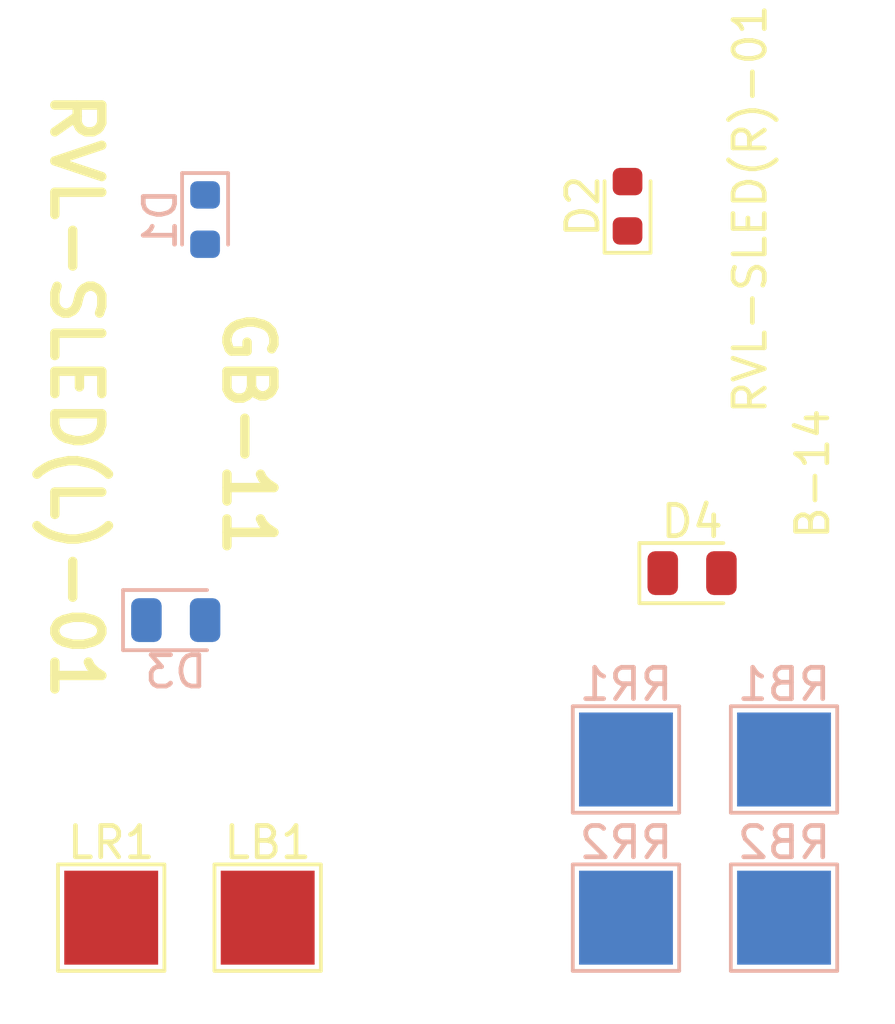
<source format=kicad_pcb>
(kicad_pcb (version 20221018) (generator pcbnew)
  (layers (0 "F.Cu" signal) (31 "B.Cu" signal) (34 "B.Paste" user) (35 "F.Paste" user) (36 "B.SilkS" user "B.Silkscreen") (37 "F.SilkS" user "F.Silkscreen") (38 "B.Mask" user) (39 "F.Mask" user) (44 "Edge.Cuts" user))
  (net 0 "")
  (net 1 "Net-(D1-Pad1)")
  (net 2 "Net-(D1-Pad2)")
  (net 3 "Net-(D2-Pad2)")
  (net 4 "Net-(D2-Pad1)")
  (net 5 "Net-(RR1-Pad1)")
  (footprint "LED_SMD:LED_0603_1608Metric" (layer "F.Cu") (at 79 31.2875 90)
    (fp_text reference "D2" (at 0 -1.43 90) (layer "F.SilkS"))
    (fp_text value "LED")
    (fp_line (start -1.485 -0.735) (end -1.485 0.735) (stroke (width 0.12)) (layer "F.SilkS"))
    (fp_line (start -1.485 0.735) (end 0.8 0.735) (stroke (width 0.12)) (layer "F.SilkS"))
    (fp_line (start 0.8 -0.735) (end -1.485 -0.735) (stroke (width 0.12)) (layer "F.SilkS"))
    (pad "1" smd roundrect (at -0.7875 0 90) (size 0.875 0.95) (layers "F.Cu" "F.Paste" "F.Mask") (net 4 "Net-(D2-Pad1)"))
    (pad "2" smd roundrect (at 0.7875 0 90) (size 0.875 0.95) (layers "F.Cu" "F.Paste" "F.Mask") (net 3 "Net-(D2-Pad2)"))
  )
  (footprint "Diode_SMD:D_0805_2012Metric" (layer "F.Cu") (at 81.0625 43)
    (fp_text reference "D4" (at 0 -1.65) (layer "F.SilkS"))
    (fp_text value "D")
    (fp_line (start -1.685 -0.96) (end -1.685 0.96) (stroke (width 0.12)) (layer "F.SilkS"))
    (fp_line (start -1.685 0.96) (end 1 0.96) (stroke (width 0.12)) (layer "F.SilkS"))
    (fp_line (start 1 -0.96) (end -1.685 -0.96) (stroke (width 0.12)) (layer "F.SilkS"))
    (pad "1" smd roundrect (at -0.9375 0) (size 0.975 1.4) (layers "F.Cu" "F.Paste" "F.Mask") (net 3 "Net-(D2-Pad2)"))
    (pad "2" smd roundrect (at 0.9375 0) (size 0.975 1.4) (layers "F.Cu" "F.Paste" "F.Mask") (net 4 "Net-(D2-Pad1)"))
  )
  (footprint "TestPoint:TestPoint_Pad_3.0x3.0mm" (layer "F.Cu") (at 67.5 54)
    (fp_text reference "LB1" (at 0 -2.398) (layer "F.SilkS"))
    (fp_text value "TestPoint")
    (fp_line (start -1.7 -1.7) (end 1.7 -1.7) (stroke (width 0.12)) (layer "F.SilkS"))
    (fp_line (start -1.7 1.7) (end -1.7 -1.7) (stroke (width 0.12)) (layer "F.SilkS"))
    (fp_line (start 1.7 -1.7) (end 1.7 1.7) (stroke (width 0.12)) (layer "F.SilkS"))
    (fp_line (start 1.7 1.7) (end -1.7 1.7) (stroke (width 0.12)) (layer "F.SilkS"))
    (pad "1" smd rect (at 0 0) (size 3 3) (layers "F.Cu" "F.Mask") (net 1 "Net-(D1-Pad1)"))
  )
  (footprint "TestPoint:TestPoint_Pad_3.0x3.0mm" (layer "F.Cu") (at 62.5 54)
    (fp_text reference "LR1" (at 0 -2.398) (layer "F.SilkS"))
    (fp_text value "TestPoint")
    (fp_line (start -1.7 -1.7) (end 1.7 -1.7) (stroke (width 0.12)) (layer "F.SilkS"))
    (fp_line (start -1.7 1.7) (end -1.7 -1.7) (stroke (width 0.12)) (layer "F.SilkS"))
    (fp_line (start 1.7 -1.7) (end 1.7 1.7) (stroke (width 0.12)) (layer "F.SilkS"))
    (fp_line (start 1.7 1.7) (end -1.7 1.7) (stroke (width 0.12)) (layer "F.SilkS"))
    (pad "1" smd rect (at 0 0) (size 3 3) (layers "F.Cu" "F.Mask") (net 2 "Net-(D1-Pad2)"))
  )
  (footprint "LED_SMD:LED_0603_1608Metric" (layer "B.Cu") (at 65.5 31.7125 -90)
    (fp_text reference "D1" (at 0 1.43 90) (layer "B.SilkS") (effects (justify mirror)))
    (fp_text value "LED")
    (fp_line (start -1.485 -0.735) (end 0.8 -0.735) (stroke (width 0.12)) (layer "B.SilkS"))
    (fp_line (start -1.485 0.735) (end -1.485 -0.735) (stroke (width 0.12)) (layer "B.SilkS"))
    (fp_line (start 0.8 0.735) (end -1.485 0.735) (stroke (width 0.12)) (layer "B.SilkS"))
    (pad "1" smd roundrect (at -0.7875 0 270) (size 0.875 0.95) (layers "B.Cu" "B.Paste" "B.Mask") (net 1 "Net-(D1-Pad1)"))
    (pad "2" smd roundrect (at 0.7875 0 270) (size 0.875 0.95) (layers "B.Cu" "B.Paste" "B.Mask") (net 2 "Net-(D1-Pad2)"))
  )
  (footprint "Diode_SMD:D_0805_2012Metric" (layer "B.Cu") (at 64.5625 44.5)
    (fp_text reference "D3" (at 0 1.65) (layer "B.SilkS") (effects (justify mirror)))
    (fp_text value "D")
    (fp_line (start -1.685 -0.96) (end 1 -0.96) (stroke (width 0.12)) (layer "B.SilkS"))
    (fp_line (start -1.685 0.96) (end -1.685 -0.96) (stroke (width 0.12)) (layer "B.SilkS"))
    (fp_line (start 1 0.96) (end -1.685 0.96) (stroke (width 0.12)) (layer "B.SilkS"))
    (pad "1" smd roundrect (at -0.9375 0) (size 0.975 1.4) (layers "B.Cu" "B.Paste" "B.Mask") (net 2 "Net-(D1-Pad2)"))
    (pad "2" smd roundrect (at 0.9375 0) (size 0.975 1.4) (layers "B.Cu" "B.Paste" "B.Mask") (net 1 "Net-(D1-Pad1)"))
  )
  (footprint "TestPoint:TestPoint_Pad_3.0x3.0mm" (layer "B.Cu") (at 84 48.95 180)
    (fp_text reference "RB1" (at 0 2.398) (layer "B.SilkS") (effects (justify mirror)))
    (fp_text value "TestPoint")
    (fp_line (start -1.7 -1.7) (end -1.7 1.7) (stroke (width 0.12)) (layer "B.SilkS"))
    (fp_line (start -1.7 1.7) (end 1.7 1.7) (stroke (width 0.12)) (layer "B.SilkS"))
    (fp_line (start 1.7 -1.7) (end -1.7 -1.7) (stroke (width 0.12)) (layer "B.SilkS"))
    (fp_line (start 1.7 1.7) (end 1.7 -1.7) (stroke (width 0.12)) (layer "B.SilkS"))
    (pad "1" smd rect (at 0 0 180) (size 3 3) (layers "B.Cu" "B.Mask") (net 3 "Net-(D2-Pad2)"))
  )
  (footprint "TestPoint:TestPoint_Pad_3.0x3.0mm" (layer "B.Cu") (at 84 54 180)
    (fp_text reference "RB2" (at 0 2.398) (layer "B.SilkS") (effects (justify mirror)))
    (fp_text value "TestPoint")
    (fp_line (start -1.7 -1.7) (end -1.7 1.7) (stroke (width 0.12)) (layer "B.SilkS"))
    (fp_line (start -1.7 1.7) (end 1.7 1.7) (stroke (width 0.12)) (layer "B.SilkS"))
    (fp_line (start 1.7 -1.7) (end -1.7 -1.7) (stroke (width 0.12)) (layer "B.SilkS"))
    (fp_line (start 1.7 1.7) (end 1.7 -1.7) (stroke (width 0.12)) (layer "B.SilkS"))
    (pad "1" smd rect (at 0 0 180) (size 3 3) (layers "B.Cu" "B.Mask") (net 4 "Net-(D2-Pad1)"))
  )
  (footprint "TestPoint:TestPoint_Pad_3.0x3.0mm" (layer "B.Cu") (at 78.95 48.95 180)
    (fp_text reference "RR1" (at 0 2.398) (layer "B.SilkS") (effects (justify mirror)))
    (fp_text value "TestPoint")
    (fp_line (start -1.7 -1.7) (end -1.7 1.7) (stroke (width 0.12)) (layer "B.SilkS"))
    (fp_line (start -1.7 1.7) (end 1.7 1.7) (stroke (width 0.12)) (layer "B.SilkS"))
    (fp_line (start 1.7 -1.7) (end -1.7 -1.7) (stroke (width 0.12)) (layer "B.SilkS"))
    (fp_line (start 1.7 1.7) (end 1.7 -1.7) (stroke (width 0.12)) (layer "B.SilkS"))
    (pad "1" smd rect (at 0 0 180) (size 3 3) (layers "B.Cu" "B.Mask") (net 5 "Net-(RR1-Pad1)"))
  )
  (footprint "TestPoint:TestPoint_Pad_3.0x3.0mm" (layer "B.Cu") (at 78.95 54 180)
    (fp_text reference "RR2" (at 0 2.398) (layer "B.SilkS") (effects (justify mirror)))
    (fp_text value "TestPoint")
    (fp_line (start -1.7 -1.7) (end -1.7 1.7) (stroke (width 0.12)) (layer "B.SilkS"))
    (fp_line (start -1.7 1.7) (end 1.7 1.7) (stroke (width 0.12)) (layer "B.SilkS"))
    (fp_line (start 1.7 -1.7) (end -1.7 -1.7) (stroke (width 0.12)) (layer "B.SilkS"))
    (fp_line (start 1.7 1.7) (end 1.7 -1.7) (stroke (width 0.12)) (layer "B.SilkS"))
    (pad "1" smd rect (at 0 0 180) (size 3 3) (layers "B.Cu" "B.Mask") (net 5 "Net-(RR1-Pad1)"))
  )
  (gr_text "RVL-SLED(R)-01" (at 83.5 38 90) (layer "F.SilkS") (effects (font (size 1 1)) (justify left bottom)))
  (gr_text "B-14" (at 85.5 42 90) (layer "F.SilkS") (effects (font (size 1 1)) (justify left bottom)))
  (gr_text "GB-11" (at 66 34.5 -90) (layer "F.SilkS") (effects (font (size 1.5 1.5) (thickness 0.3) bold) (justify left bottom)))
  (gr_text "RVL-SLED(L)-01" (at 60.5 27.5 -90) (layer "F.SilkS") (effects (font (size 1.5 1.5) (thickness 0.3) bold) (justify left bottom)))
)
</source>
